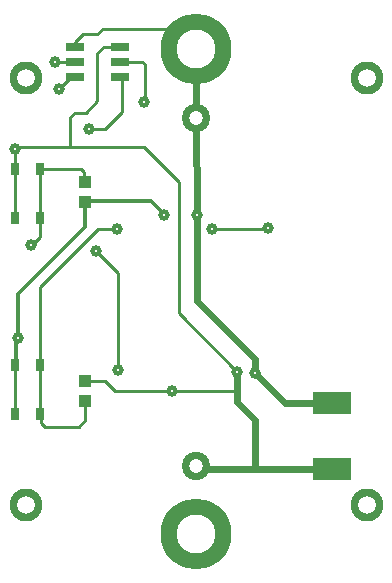
<source format=gbr>
G04 DipTrace 3.2.0.1*
G04 Âåðõíèé.gbr*
%MOMM*%
G04 #@! TF.FileFunction,Copper,L1,Top*
G04 #@! TF.Part,Single*
%AMOUTLINE0*
4,1,4,
1.60197,-0.8965,
-1.59803,-0.9035,
-1.60197,0.8965,
1.59803,0.9035,
1.60197,-0.8965,
0*%
%AMOUTLINE3*
4,1,4,
-0.7496,0.3758,
-0.75043,-0.3742,
0.7496,-0.3758,
0.75043,0.3742,
-0.7496,0.3758,
0*%
%ADD31C,0.3*%
%ADD33C,1.5*%
%ADD34C,3.3*%
%ADD35C,1.2*%
G04 #@! TA.AperFunction,Conductor*
%ADD10C,0.25*%
%ADD15C,0.6*%
%ADD17C,0.35*%
G04 #@! TA.AperFunction,ComponentPad*
%ADD21C,2.8*%
%ADD22C,6.0*%
%ADD23R,1.0X1.1*%
%ADD25R,0.7X1.1*%
G04 #@! TA.AperFunction,ComponentPad*
%ADD29C,2.4*%
G04 #@! TA.AperFunction,ViaPad*
%ADD30C,1.0*%
%ADD58OUTLINE0*%
%ADD61OUTLINE3*%
%FSLAX35Y35*%
G04*
G71*
G90*
G75*
G01*
G04 Top*
%LPD*%
X1144900Y-939957D2*
D15*
X747517D1*
X497407Y-689847D1*
X1280Y649200D2*
Y-76190D1*
X497407Y-572317D1*
Y-689847D1*
X-940000Y755000D2*
D10*
Y763623D1*
D17*
X-381763D1*
X-281247Y663107D1*
D10*
Y654553D1*
X-276233Y649540D1*
X-940000Y755000D2*
D17*
Y547397D1*
X-1512203Y-24807D1*
Y-392607D1*
D10*
X-1527737D1*
D17*
Y-612737D1*
D10*
X-1537500Y-622500D1*
Y-1037500D2*
Y-622500D1*
X1280Y649200D2*
D15*
X0Y1473000D1*
Y2050000D1*
D10*
D3*
X-1025690Y2072963D2*
Y2117057D1*
X-964263Y2178483D1*
X-838900D1*
X-792570Y2224813D1*
X-174813D1*
X0Y2050000D1*
X1146120Y-1499957D2*
D15*
X495050D1*
Y-1084810D1*
X345873Y-935633D1*
Y-840693D1*
Y-683267D1*
X-206500Y-840693D2*
D10*
X345873D1*
X-206500D2*
X-687570D1*
X-773263Y-755000D1*
X-940000D1*
X0Y-1473000D2*
D15*
X-6987Y-1499957D1*
X495050D1*
X-648687Y2072557D2*
D10*
X-786760D1*
X-837923Y2021397D1*
Y1612443D1*
X-935093Y1515270D1*
X-1028027D1*
X-1068497Y1474800D1*
Y1221970D1*
X-441960D1*
X-151777Y931783D1*
Y-185617D1*
X345873Y-683267D1*
X-1534010Y1210763D2*
Y1221970D1*
X-1068497D1*
X-1537500Y622500D2*
Y1037500D1*
X-1534010Y1210763D2*
Y1040990D1*
X-1537500Y1037500D1*
X-1025963Y1818963D2*
X-1061050D1*
X-1164757Y1715257D1*
X-911470Y1376970D2*
X-771057D1*
X-631780Y1516247D1*
Y1801373D1*
X-648963Y1818553D1*
X-648827Y1945553D2*
X-461337D1*
X-438290Y1922503D1*
Y1609663D1*
X-442690Y1605263D1*
X-1199720Y1945103D2*
X-1026690D1*
X-1025827Y1945967D1*
X-667097Y-665390D2*
Y153310D1*
X-853570Y339783D1*
X-1322500Y1037500D2*
X-973620D1*
X-949767Y1013647D1*
Y934767D1*
X-940000Y925000D1*
X-1322500Y1037500D2*
Y622500D1*
Y462343D1*
X-1390777Y394067D1*
X-1398027D1*
X129913Y531033D2*
X606260D1*
X609917Y534690D1*
X-672423Y527573D2*
X-834517D1*
X-1322500Y39590D1*
Y-622500D1*
X-940000Y-925000D2*
Y-1088710D1*
X-996297Y-1145007D1*
X-1285757D1*
X-1316920Y-1113840D1*
Y-1037500D1*
X-1322500D1*
Y-622500D1*
D30*
X497407Y-689847D3*
X-206500Y-840693D3*
X345873Y-683267D3*
X-911470Y1376970D3*
X-1164757Y1715257D3*
X-442690Y1605263D3*
X-1199720Y1945103D3*
X-667097Y-665390D3*
X-853570Y339783D3*
X1280Y649200D3*
X-276233Y649540D3*
X-672423Y527573D3*
X129913Y531033D3*
X609917Y534690D3*
X-1512203Y-392607D3*
X-1534010Y1210763D3*
X-1398027Y394067D3*
D58*
X1146120Y-1499957D3*
X1144900Y-939957D3*
D61*
X-648687Y2072557D3*
X-648827Y1945553D3*
X-648963Y1818553D3*
X-1025690Y2072963D3*
X-1025827Y1945967D3*
X-1025963Y1818963D3*
D21*
X1440000Y1810000D3*
D22*
X0Y2050000D3*
Y-2050000D3*
D21*
X1440000Y-1810000D3*
X-1440000Y1810000D3*
Y-1810000D3*
D23*
X-940000Y755000D3*
Y925000D3*
Y-925000D3*
Y-755000D3*
D25*
X-1322500Y1037500D3*
X-1537500D3*
X-1322500Y622500D3*
X-1537500D3*
X-1322500Y-622500D3*
X-1537500D3*
X-1322500Y-1037500D3*
X-1537500D3*
D29*
X0Y-1473000D3*
Y1473000D3*
G04 Top Clear*
%LPC*%
D31*
X497407Y-689847D3*
X-206500Y-840693D3*
X345873Y-683267D3*
X-911470Y1376970D3*
X-1164757Y1715257D3*
X-442690Y1605263D3*
X-1199720Y1945103D3*
X-667097Y-665390D3*
X-853570Y339783D3*
X1280Y649200D3*
X-276233Y649540D3*
X-672423Y527573D3*
X129913Y531033D3*
X609917Y534690D3*
X-1512203Y-392607D3*
X-1534010Y1210763D3*
X-1398027Y394067D3*
D33*
X1440000Y1810000D3*
D34*
X0Y2050000D3*
Y-2050000D3*
D33*
X1440000Y-1810000D3*
X-1440000Y1810000D3*
Y-1810000D3*
D35*
X0Y-1473000D3*
Y1473000D3*
M02*

</source>
